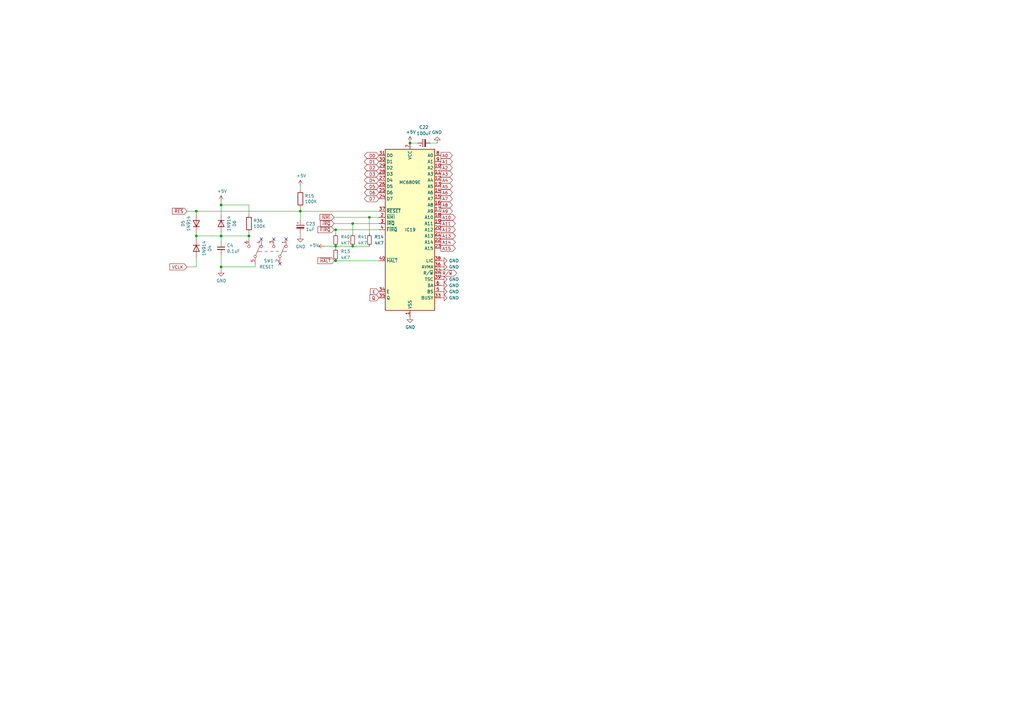
<source format=kicad_sch>
(kicad_sch (version 20230121) (generator eeschema)
  (paper "A3")
  (title_block (date "2023-05-25") (rev "3.0") (comment 2 "Reposition dram and buffer"))
  (lib_symbols
    (symbol "CPU_NXP_6800:MC6809E"
      (property "Reference" "U" (at -7.62 34.544 0))
      (property "Value" "MC6809E" (at 10.16 34.544 0))
      (symbol "MC6809E_0_1"
        (rectangle (start -10.16 -33.02) (end 10.16 33.02) (stroke (width 0.254)) (fill (type background)))
      )
      (symbol "MC6809E_1_1"
        (pin power_in line (at 0 -35.56 90) (length 2.54) (name "VSS") (number "1"))
        (pin output line (at 12.7 25.4 180) (length 2.54) (name "A2") (number "10"))
        (pin output line (at 12.7 22.86 180) (length 2.54) (name "A3") (number "11"))
        (pin output line (at 12.7 20.32 180) (length 2.54) (name "A4") (number "12"))
        (pin output line (at 12.7 17.78 180) (length 2.54) (name "A5") (number "13"))
        (pin output line (at 12.7 15.24 180) (length 2.54) (name "A6") (number "14"))
        (pin output line (at 12.7 12.7 180) (length 2.54) (name "A7") (number "15"))
        (pin output line (at 12.7 10.16 180) (length 2.54) (name "A8") (number "16"))
        (pin output line (at 12.7 7.62 180) (length 2.54) (name "A9") (number "17"))
        (pin output line (at 12.7 5.08 180) (length 2.54) (name "A10") (number "18"))
        (pin output line (at 12.7 2.54 180) (length 2.54) (name "A11") (number "19"))
        (pin input line (at -12.7 5.08 0) (length 2.54) (name "~{NMI}") (number "2"))
        (pin output line (at 12.7 0 180) (length 2.54) (name "A12") (number "20"))
        (pin output line (at 12.7 -2.54 180) (length 2.54) (name "A13") (number "21"))
        (pin output line (at 12.7 -5.08 180) (length 2.54) (name "A14") (number "22"))
        (pin output line (at 12.7 -7.62 180) (length 2.54) (name "A15") (number "23"))
        (pin bidirectional line (at -12.7 12.7 0) (length 2.54) (name "D7") (number "24"))
        (pin bidirectional line (at -12.7 15.24 0) (length 2.54) (name "D6") (number "25"))
        (pin bidirectional line (at -12.7 17.78 0) (length 2.54) (name "D5") (number "26"))
        (pin bidirectional line (at -12.7 20.32 0) (length 2.54) (name "D4") (number "27"))
        (pin bidirectional line (at -12.7 22.86 0) (length 2.54) (name "D3") (number "28"))
        (pin bidirectional line (at -12.7 25.4 0) (length 2.54) (name "D2") (number "29"))
        (pin input line (at -12.7 2.54 0) (length 2.54) (name "~{IRQ}") (number "3"))
        (pin bidirectional line (at -12.7 27.94 0) (length 2.54) (name "D1") (number "30"))
        (pin bidirectional line (at -12.7 30.48 0) (length 2.54) (name "D0") (number "31"))
        (pin output line (at 12.7 -17.78 180) (length 2.54) (name "R/~{W}") (number "32"))
        (pin output line (at 12.7 -27.94 180) (length 2.54) (name "BUSY") (number "33"))
        (pin input line (at -12.7 -25.4 0) (length 2.54) (name "E") (number "34"))
        (pin input line (at -12.7 -27.94 0) (length 2.54) (name "Q") (number "35"))
        (pin output line (at 12.7 -15.24 180) (length 2.54) (name "AVMA") (number "36"))
        (pin input line (at -12.7 7.62 0) (length 2.54) (name "~{RESET}") (number "37"))
        (pin output line (at 12.7 -12.7 180) (length 2.54) (name "LIC") (number "38"))
        (pin output line (at 12.7 -20.32 180) (length 2.54) (name "TSC") (number "39"))
        (pin input line (at -12.7 0 0) (length 2.54) (name "~{FIRQ}") (number "4"))
        (pin input line (at -12.7 -12.7 0) (length 2.54) (name "~{HALT}") (number "40"))
        (pin output line (at 12.7 -25.4 180) (length 2.54) (name "BS") (number "5"))
        (pin output line (at 12.7 -22.86 180) (length 2.54) (name "BA") (number "6"))
        (pin power_in line (at 0 35.56 270) (length 2.54) (name "VCC") (number "7"))
        (pin output line (at 12.7 30.48 180) (length 2.54) (name "A0") (number "8"))
        (pin output line (at 12.7 27.94 180) (length 2.54) (name "A1") (number "9"))
      )
    )
    (symbol "Device:CP_Small" (pin_numbers hide) (pin_names (offset 0.254) hide)
      (property "Reference" "C" (at 0.254 1.778 0))
      (property "Value" "Device_CP_Small" (at 0.254 -2.032 0))
      (symbol "CP_Small_0_1"
        (rectangle (start -1.524 -0.3048) (end 1.524 -0.6858) (fill (type outline)))
        (rectangle (start -1.524 0.6858) (end 1.524 0.3048))
        (polyline (pts (xy -1.27 1.524) (xy -0.762 1.524)))
        (polyline (pts (xy -1.016 1.27) (xy -1.016 1.778)))
      )
      (symbol "CP_Small_1_1"
        (pin passive line (at 0 2.54 270) (length 1.8542) (name "~") (number "1"))
        (pin passive line (at 0 -2.54 90) (length 1.8542) (name "~") (number "2"))
      )
    )
    (symbol "Device:C_Polarized_Small" (pin_numbers hide) (pin_names (offset 0.254) hide)
      (property "Reference" "C" (at 0.254 1.778 0))
      (property "Value" "C_Polarized_Small" (at 0.254 -2.032 0))
      (symbol "C_Polarized_Small_0_1"
        (rectangle (start -1.524 -0.3048) (end 1.524 -0.6858) (fill (type outline)))
        (rectangle (start -1.524 0.6858) (end 1.524 0.3048))
        (polyline (pts (xy -1.27 1.524) (xy -0.762 1.524)))
        (polyline (pts (xy -1.016 1.27) (xy -1.016 1.778)))
      )
      (symbol "C_Polarized_Small_1_1"
        (pin passive line (at 0 2.54 270) (length 1.8542) (name "~") (number "1"))
        (pin passive line (at 0 -2.54 90) (length 1.8542) (name "~") (number "2"))
      )
    )
    (symbol "Device:C_Small" (pin_numbers hide) (pin_names (offset 0.254) hide)
      (property "Reference" "C" (at 0.254 1.778 0))
      (property "Value" "C_Small" (at 0.254 -2.032 0))
      (symbol "C_Small_0_1"
        (polyline (pts (xy -1.524 -0.508) (xy 1.524 -0.508)) (stroke (width 0.3302)))
        (polyline (pts (xy -1.524 0.508) (xy 1.524 0.508)) (stroke (width 0.3048)))
      )
      (symbol "C_Small_1_1"
        (pin passive line (at 0 2.54 270) (length 2.032) (name "~") (number "1"))
        (pin passive line (at 0 -2.54 90) (length 2.032) (name "~") (number "2"))
      )
    )
    (symbol "Device:R" (pin_numbers hide) (pin_names (offset 0))
      (property "Reference" "R" (at 2.032 0 90))
      (property "Value" "R" (at 0 0 90))
      (symbol "R_0_1"
        (rectangle (start -1.016 -2.54) (end 1.016 2.54) (stroke (width 0.254)))
      )
      (symbol "R_1_1"
        (pin passive line (at 0 3.81 270) (length 1.27) (name "~") (number "1"))
        (pin passive line (at 0 -3.81 90) (length 1.27) (name "~") (number "2"))
      )
    )
    (symbol "Device:R_Small" (pin_numbers hide) (pin_names (offset 0.254) hide)
      (property "Reference" "R" (at 0.762 0.508 0))
      (property "Value" "R_Small" (at 0.762 -1.016 0))
      (symbol "R_Small_0_1"
        (rectangle (start -0.762 1.778) (end 0.762 -1.778) (stroke (width 0.2032)))
      )
      (symbol "R_Small_1_1"
        (pin passive line (at 0 2.54 270) (length 0.762) (name "~") (number "1"))
        (pin passive line (at 0 -2.54 90) (length 0.762) (name "~") (number "2"))
      )
    )
    (symbol "Diode:1N914" (pin_numbers hide) (pin_names (offset 1.016) hide)
      (property "Reference" "D" (at 0 2.54 0))
      (property "Value" "1N914" (at 0 -2.54 0))
      (symbol "1N914_0_1"
        (polyline (pts (xy -1.27 1.27) (xy -1.27 -1.27)) (stroke (width 0.254)))
        (polyline (pts (xy 1.27 0) (xy -1.27 0)))
        (polyline (pts (xy 1.27 1.27) (xy 1.27 -1.27) (xy -1.27 0) (xy 1.27 1.27)) (stroke (width 0.254)))
      )
      (symbol "1N914_1_1"
        (pin passive line (at -3.81 0 0) (length 2.54) (name "K") (number "1"))
        (pin passive line (at 3.81 0 180) (length 2.54) (name "A") (number "2"))
      )
    )
    (symbol "Switch:SW_Push_DPDT" (pin_names (offset 0) hide)
      (property "Reference" "SW" (at 0 8.89 0))
      (property "Value" "SW_Push_DPDT" (at 0 -10.16 0))
      (symbol "SW_Push_DPDT_0_0"
        (circle (center -2.032 -5.08) (radius 0.508))
        (circle (center -2.032 5.08) (radius 0.508))
        (circle (center 2.032 -7.62) (radius 0.508))
        (circle (center 2.032 2.54) (radius 0.508))
      )
      (symbol "SW_Push_DPDT_0_1"
        (polyline (pts (xy -1.524 -4.826) (xy 2.54 -3.048)))
        (polyline (pts (xy -1.524 5.334) (xy 2.54 7.112)))
        (polyline (pts (xy 0 -2.286) (xy 0 -4.064)))
        (polyline (pts (xy 0 -1.016) (xy 0 0)))
        (polyline (pts (xy 0 1.27) (xy 0 2.286)))
        (polyline (pts (xy 0 3.556) (xy 0 4.572)))
        (polyline (pts (xy 0 7.874) (xy 0 6.096)))
        (circle (center 2.032 -2.54) (radius 0.508))
        (circle (center 2.032 7.62) (radius 0.508))
      )
      (symbol "SW_Push_DPDT_1_1"
        (pin passive line (at 5.08 7.62 180) (length 2.54) (name "A") (number "1"))
        (pin passive line (at -5.08 5.08 0) (length 2.54) (name "B") (number "2"))
        (pin passive line (at 5.08 2.54 180) (length 2.54) (name "C") (number "3"))
        (pin passive line (at 5.08 -2.54 180) (length 2.54) (name "A") (number "4"))
        (pin passive line (at -5.08 -5.08 0) (length 2.54) (name "B") (number "5"))
        (pin passive line (at 5.08 -7.62 180) (length 2.54) (name "C") (number "6"))
      )
    )
    (symbol "power:+5V" (power) (pin_names (offset 0))
      (property "Value" "+5V" (at 0 3.556 0))
      (symbol "+5V_0_1"
        (polyline (pts (xy -0.762 1.27) (xy 0 2.54)))
        (polyline (pts (xy 0 0) (xy 0 2.54)))
        (polyline (pts (xy 0 2.54) (xy 0.762 1.27)))
      )
      (symbol "+5V_1_1"
        (pin power_in line (at 0 0 90) (length 0) hide (name "+5V") (number "1"))
      )
    )
    (symbol "power:GND" (power) (pin_names (offset 0))
      (property "Value" "GND" (at 0 -3.81 0))
      (symbol "GND_0_1"
        (polyline (pts (xy 0 0) (xy 0 -1.27) (xy 1.27 -1.27) (xy 0 -2.54) (xy -1.27 -1.27) (xy 0 -1.27)))
      )
      (symbol "GND_1_1"
        (pin power_in line (at 0 0 270) (length 0) hide (name "GND") (number "1"))
      )
    )
  )
  (junction (at 137.668 106.934))
  (junction (at 90.678 84.074))
  (junction (at 137.668 100.965))
  (junction (at 90.678 109.474))
  (junction (at 80.518 86.614))
  (junction (at 137.668 94.234))
  (junction (at 151.511 89.154))
  (junction (at 90.678 96.774))
  (junction (at 168.148 58.674))
  (junction (at 123.19 86.614))
  (junction (at 144.653 100.965))
  (junction (at 80.518 96.774))
  (junction (at 102.108 96.774))
  (junction (at 144.653 91.694))
  (no_connect (at 114.808 108.204))
  (no_connect (at 107.188 98.044))
  (no_connect (at 112.268 98.044))
  (no_connect (at 117.348 98.044))
  (wire (pts (xy 137.668 106.934) (xy 155.448 106.934)))
  (wire (pts (xy 80.518 86.614) (xy 76.708 86.614)))
  (wire (pts (xy 151.511 89.154) (xy 155.448 89.154)))
  (wire (pts (xy 123.19 85.344) (xy 123.19 86.614)))
  (wire (pts (xy 102.108 84.074) (xy 102.108 87.884)))
  (wire (pts (xy 80.518 105.664) (xy 80.518 109.474)))
  (wire (pts (xy 90.678 84.074) (xy 90.678 82.804)))
  (wire (pts (xy 102.108 96.774) (xy 90.678 96.774)))
  (wire (pts (xy 80.518 95.504) (xy 80.518 96.774)))
  (wire (pts (xy 90.678 87.884) (xy 90.678 84.074)))
  (wire (pts (xy 144.653 91.694) (xy 155.448 91.694)))
  (wire (pts (xy 171.323 58.674) (xy 168.148 58.674)))
  (wire (pts (xy 179.324 58.674) (xy 176.403 58.674)))
  (wire (pts (xy 123.19 95.504) (xy 123.19 96.774)))
  (wire (pts (xy 80.518 109.474) (xy 76.708 109.474)))
  (wire (pts (xy 90.678 109.474) (xy 90.678 104.394)))
  (wire (pts (xy 104.648 108.204) (xy 104.648 109.474)))
  (wire (pts (xy 80.518 86.614) (xy 80.518 87.884)))
  (wire (pts (xy 102.108 96.774) (xy 102.108 98.044)))
  (wire (pts (xy 137.033 89.154) (xy 151.511 89.154)))
  (wire (pts (xy 168.148 58.547) (xy 168.148 58.674)))
  (wire (pts (xy 104.648 109.474) (xy 90.678 109.474)))
  (wire (pts (xy 137.16 106.934) (xy 137.668 106.934)))
  (wire (pts (xy 151.511 100.965) (xy 144.653 100.965)))
  (wire (pts (xy 137.668 100.965) (xy 137.668 101.854)))
  (wire (pts (xy 123.19 86.614) (xy 155.448 86.614)))
  (wire (pts (xy 90.678 96.774) (xy 90.678 95.504)))
  (wire (pts (xy 137.668 94.234) (xy 155.448 94.234)))
  (wire (pts (xy 144.653 91.694) (xy 137.033 91.694)))
  (wire (pts (xy 90.678 84.074) (xy 102.108 84.074)))
  (wire (pts (xy 80.518 86.614) (xy 123.19 86.614)))
  (wire (pts (xy 137.668 94.234) (xy 137.033 94.234)))
  (wire (pts (xy 144.653 100.965) (xy 137.668 100.965)))
  (wire (pts (xy 144.653 95.885) (xy 144.653 91.694)))
  (wire (pts (xy 123.19 86.614) (xy 123.19 90.424)))
  (wire (pts (xy 80.518 96.774) (xy 90.678 96.774)))
  (wire (pts (xy 90.678 109.474) (xy 90.678 110.744)))
  (wire (pts (xy 151.511 89.154) (xy 151.511 95.885)))
  (wire (pts (xy 137.668 95.885) (xy 137.668 94.234)))
  (wire (pts (xy 102.108 95.504) (xy 102.108 96.774)))
  (wire (pts (xy 90.678 96.774) (xy 90.678 99.314)))
  (wire (pts (xy 123.19 77.724) (xy 123.19 76.454)))
  (wire (pts (xy 80.518 96.774) (xy 80.518 98.044)))
  (wire (pts (xy 133.096 100.965) (xy 137.668 100.965)))
  (global_label "A0" (shape output) (at 180.848 63.754 0) (property "Intersheetrefs" "${INTERSHEET_REFS}" (effects hide)))
  (global_label "A15" (shape output) (at 180.848 101.854 0) (property "Intersheetrefs" "${INTERSHEET_REFS}" (effects hide)))
  (global_label "D7" (shape bidirectional) (at 155.448 81.534 180) (property "Intersheetrefs" "${INTERSHEET_REFS}" (effects hide)))
  (global_label "A11" (shape output) (at 180.848 91.694 0) (property "Intersheetrefs" "${INTERSHEET_REFS}" (effects hide)))
  (global_label "D1" (shape bidirectional) (at 155.448 66.294 180) (property "Intersheetrefs" "${INTERSHEET_REFS}" (effects hide)))
  (global_label "A1" (shape output) (at 180.848 66.294 0) (property "Intersheetrefs" "${INTERSHEET_REFS}" (effects hide)))
  (global_label "R{slash}~{W}" (shape output) (at 180.848 112.014 0) (property "Intersheetrefs" "${INTERSHEET_REFS}" (effects hide)))
  (global_label "~{NMI}" (shape input) (at 137.033 89.154 180) (property "Intersheetrefs" "${INTERSHEET_REFS}" (effects hide)))
  (global_label "A12" (shape output) (at 180.848 94.234 0) (property "Intersheetrefs" "${INTERSHEET_REFS}" (effects hide)))
  (global_label "D0" (shape bidirectional) (at 155.448 63.754 180) (property "Intersheetrefs" "${INTERSHEET_REFS}" (effects hide)))
  (global_label "A3" (shape output) (at 180.848 71.374 0) (property "Intersheetrefs" "${INTERSHEET_REFS}" (effects hide)))
  (global_label "VCLK" (shape input) (at 76.708 109.474 180) (property "Intersheetrefs" "${INTERSHEET_REFS}" (effects hide)))
  (global_label "D5" (shape bidirectional) (at 155.448 76.454 180) (property "Intersheetrefs" "${INTERSHEET_REFS}" (effects hide)))
  (global_label "D3" (shape bidirectional) (at 155.448 71.374 180) (property "Intersheetrefs" "${INTERSHEET_REFS}" (effects hide)))
  (global_label "~{FIRQ}" (shape input) (at 137.033 94.234 180) (property "Intersheetrefs" "${INTERSHEET_REFS}" (effects hide)))
  (global_label "D4" (shape bidirectional) (at 155.448 73.914 180) (property "Intersheetrefs" "${INTERSHEET_REFS}" (effects hide)))
  (global_label "A6" (shape output) (at 180.848 78.994 0) (property "Intersheetrefs" "${INTERSHEET_REFS}" (effects hide)))
  (global_label "A2" (shape output) (at 180.848 68.834 0) (property "Intersheetrefs" "${INTERSHEET_REFS}" (effects hide)))
  (global_label "~{HALT}" (shape input) (at 137.16 106.934 180) (property "Intersheetrefs" "${INTERSHEET_REFS}" (effects hide)))
  (global_label "A9" (shape output) (at 180.848 86.614 0) (property "Intersheetrefs" "${INTERSHEET_REFS}" (effects hide)))
  (global_label "A14" (shape output) (at 180.848 99.314 0) (property "Intersheetrefs" "${INTERSHEET_REFS}" (effects hide)))
  (global_label "A13" (shape output) (at 180.848 96.774 0) (property "Intersheetrefs" "${INTERSHEET_REFS}" (effects hide)))
  (global_label "A8" (shape output) (at 180.848 84.074 0) (property "Intersheetrefs" "${INTERSHEET_REFS}" (effects hide)))
  (global_label "A5" (shape output) (at 180.848 76.454 0) (property "Intersheetrefs" "${INTERSHEET_REFS}" (effects hide)))
  (global_label "D6" (shape bidirectional) (at 155.448 78.994 180) (property "Intersheetrefs" "${INTERSHEET_REFS}" (effects hide)))
  (global_label "A10" (shape output) (at 180.848 89.154 0) (property "Intersheetrefs" "${INTERSHEET_REFS}" (effects hide)))
  (global_label "A7" (shape output) (at 180.848 81.534 0) (property "Intersheetrefs" "${INTERSHEET_REFS}" (effects hide)))
  (global_label "A4" (shape output) (at 180.848 73.914 0) (property "Intersheetrefs" "${INTERSHEET_REFS}" (effects hide)))
  (global_label "E" (shape input) (at 155.448 119.634 180) (property "Intersheetrefs" "${INTERSHEET_REFS}" (effects hide)))
  (global_label "~{IRQ}" (shape input) (at 137.033 91.694 180) (property "Intersheetrefs" "${INTERSHEET_REFS}" (effects hide)))
  (global_label "Q" (shape input) (at 155.448 122.174 180) (property "Intersheetrefs" "${INTERSHEET_REFS}" (effects hide)))
  (global_label "~{RES}" (shape input) (at 76.708 86.614 180) (property "Intersheetrefs" "${INTERSHEET_REFS}" (effects hide)))
  (global_label "D2" (shape bidirectional) (at 155.448 68.834 180) (property "Intersheetrefs" "${INTERSHEET_REFS}" (effects hide)))
  (symbol (lib_id "Diode:1N914") (at 90.678 91.694 270) (unit 1)
    (property "Reference" "D6" (at 96.1644 91.694 0))
    (property "Value" "1N914" (at 93.853 91.694 0))
    (property "Footprint" "Diode_THT:D_DO-35_SOD27_P7.62mm_Horizontal" (effects hide))
    (property "Datasheet" "http://www.vishay.com/docs/85622/1n914.pdf" (effects hide))
    (property "DigiKey" "1N914FS-ND" (effects hide))
  )
  (symbol (lib_id "Device:C_Polarized_Small") (at 173.863 58.674 90) (unit 1)
    (property "Reference" "C22" (at 173.8693 52.197 90))
    (property "Value" "100uF" (at 173.8693 54.737 90))
    (property "Footprint" "Capacitor_THT:CP_Radial_D6.3mm_P2.50mm" (effects hide))
    (property "Datasheet" "https://www.we-online.com/katalog/datasheet/860010372006.pdf" (effects hide))
    (property "DigiKey" "732-8598-1-ND" (effects hide))
  )
  (symbol (lib_id "Device:R_Small") (at 137.668 104.394 0) (unit 1)
    (property "Reference" "R13" (at 139.7 103.1239 0) (effects (justify left)))
    (property "Value" "4K7" (at 139.7 105.6639 0) (effects (justify left)))
    (property "Footprint" "Resistor_THT:R_Axial_DIN0207_L6.3mm_D2.5mm_P2.54mm_Vertical" (effects hide))
    (property "DigiKey" "CF14JT4K70CT-ND" (effects hide))
  )
  (symbol (lib_id "power:GND") (at 179.324 58.674 180) (unit 1)
    (property "Reference" "#PWR0121" (effects hide))
    (property "Value" "GND" (at 179.197 54.2798 0))
  )
  (symbol (lib_id "power:+5V") (at 133.096 100.965 90) (unit 1)
    (property "Reference" "#PWR0118" (effects hide))
    (property "Value" "+5V" (at 128.7018 100.584 90))
  )
  (symbol (lib_id "power:GND") (at 180.848 114.554 90) (unit 1)
    (property "Reference" "#PWR0125" (effects hide))
    (property "Value" "GND" (at 184.15 114.5539 90) (effects (justify right)))
  )
  (symbol (lib_id "power:GND") (at 90.678 110.744 0) (unit 1)
    (property "Reference" "#PWR0116" (effects hide))
    (property "Value" "GND" (at 90.805 115.1382 0))
  )
  (symbol (lib_id "power:GND") (at 180.848 122.174 90) (unit 1)
    (property "Reference" "#PWR0128" (effects hide))
    (property "Value" "GND" (at 184.15 122.1739 90) (effects (justify right)))
  )
  (symbol (lib_id "Device:R") (at 123.19 81.534 0) (unit 1)
    (property "Reference" "R15" (at 124.968 80.3656 0) (effects (justify left)))
    (property "Value" "100K" (at 124.968 82.677 0) (effects (justify left)))
    (property "Footprint" "Resistor_THT:R_Axial_DIN0207_L6.3mm_D2.5mm_P2.54mm_Vertical" (effects hide))
    (property "DigiKey" "CF14JT100KCT-ND" (effects hide))
  )
  (symbol (lib_id "power:+5V") (at 168.148 58.547 0) (unit 1)
    (property "Reference" "#PWR0122" (effects hide))
    (property "Value" "+5V" (at 168.529 54.1528 0))
  )
  (symbol (lib_id "Device:R") (at 102.108 91.694 0) (unit 1)
    (property "Reference" "R36" (at 103.886 90.5256 0) (effects (justify left)))
    (property "Value" "100K" (at 103.886 92.837 0) (effects (justify left)))
    (property "Footprint" "Resistor_THT:R_Axial_DIN0207_L6.3mm_D2.5mm_P10.16mm_Horizontal" (effects hide))
    (property "DigiKey" "CF14JT100KCT-ND" (effects hide))
  )
  (symbol (lib_id "power:GND") (at 180.848 106.934 90) (unit 1)
    (property "Reference" "#PWR0123" (effects hide))
    (property "Value" "GND" (at 184.15 106.9339 90) (effects (justify right)))
  )
  (symbol (lib_id "Diode:1N914") (at 80.518 91.694 90) (unit 1)
    (property "Reference" "D5" (at 75.0316 91.694 0))
    (property "Value" "1N914" (at 77.343 91.694 0))
    (property "Footprint" "Diode_THT:D_DO-35_SOD27_P7.62mm_Horizontal" (effects hide))
    (property "Datasheet" "http://www.vishay.com/docs/85622/1n914.pdf" (effects hide))
    (property "DigiKey" "1N914FS-ND" (effects hide))
  )
  (symbol (lib_id "power:GND") (at 168.148 129.794 0) (unit 1)
    (property "Reference" "#PWR0126" (effects hide))
    (property "Value" "GND" (at 168.275 134.1882 0))
  )
  (symbol (lib_id "power:GND") (at 180.848 117.094 90) (unit 1)
    (property "Reference" "#PWR0127" (effects hide))
    (property "Value" "GND" (at 184.15 117.0939 90) (effects (justify right)))
  )
  (symbol (lib_id "power:+5V") (at 123.19 76.454 0) (unit 1)
    (property "Reference" "#PWR0120" (effects hide))
    (property "Value" "+5V" (at 123.571 72.0598 0))
  )
  (symbol (lib_id "Diode:1N914") (at 80.518 101.854 270) (unit 1)
    (property "Reference" "D4" (at 86.0044 101.854 0))
    (property "Value" "1N914" (at 83.693 101.854 0))
    (property "Footprint" "Diode_THT:D_DO-35_SOD27_P7.62mm_Horizontal" (effects hide))
    (property "Datasheet" "http://www.vishay.com/docs/85622/1n914.pdf" (effects hide))
    (property "DigiKey" "1N914FS-ND" (effects hide))
  )
  (symbol (lib_id "Switch:SW_Push_DPDT") (at 109.728 103.124 270) (mirror x) (unit 1)
    (property "Reference" "SW1" (at 112.268 106.934 90) (effects (justify right)))
    (property "Value" "RESET" (at 112.268 109.474 90) (effects (justify right)))
    (property "Footprint" "Dragon:Button_AlpsAlpine_SPUN190900" (effects hide))
    (property "Datasheet" "https://www.ckswitches.com/media/1402/fpush.pdf" (effects hide))
    (property "DigiKey" "401-1225-ND" (effects hide))
  )
  (symbol (lib_id "Device:R_Small") (at 144.653 98.425 0) (unit 1)
    (property "Reference" "R41" (at 146.685 97.1549 0) (effects (justify left)))
    (property "Value" "4K7" (at 146.685 99.6949 0) (effects (justify left)))
    (property "Footprint" "Resistor_THT:R_Axial_DIN0207_L6.3mm_D2.5mm_P2.54mm_Vertical" (effects hide))
    (property "DigiKey" "CF14JT4K70CT-ND" (effects hide))
  )
  (symbol (lib_id "Device:C_Small") (at 90.678 101.854 0) (unit 1)
    (property "Reference" "C4" (at 93.0148 100.6856 0) (effects (justify left)))
    (property "Value" "0.1uF" (at 93.0148 102.997 0) (effects (justify left)))
    (property "Footprint" "Capacitor_THT:C_Disc_D4.3mm_W1.9mm_P5.00mm" (effects hide))
    (property "Datasheet" "https://www.vishay.com/docs/45171/kseries.pdf" (effects hide))
    (property "DigiKey" "BC1101CT-ND" (effects hide))
  )
  (symbol (lib_id "Device:R_Small") (at 151.511 98.425 0) (unit 1)
    (property "Reference" "R14" (at 153.543 97.1549 0) (effects (justify left)))
    (property "Value" "4K7" (at 153.543 99.6949 0) (effects (justify left)))
    (property "Footprint" "Resistor_THT:R_Axial_DIN0207_L6.3mm_D2.5mm_P2.54mm_Vertical" (effects hide))
    (property "DigiKey" "CF14JT4K70CT-ND" (effects hide))
  )
  (symbol (lib_id "Device:R_Small") (at 137.668 98.425 0) (unit 1)
    (property "Reference" "R40" (at 139.7 97.1549 0) (effects (justify left)))
    (property "Value" "4K7" (at 139.7 99.6949 0) (effects (justify left)))
    (property "Footprint" "Resistor_THT:R_Axial_DIN0207_L6.3mm_D2.5mm_P2.54mm_Vertical" (effects hide))
    (property "DigiKey" "CF14JT4K70CT-ND" (effects hide))
  )
  (symbol (lib_id "power:+5V") (at 90.678 82.804 0) (unit 1)
    (property "Reference" "#PWR0117" (effects hide))
    (property "Value" "+5V" (at 91.059 78.4098 0))
  )
  (symbol (lib_id "power:GND") (at 123.19 96.774 0) (unit 1)
    (property "Reference" "#PWR0119" (effects hide))
    (property "Value" "GND" (at 123.317 101.1682 0))
  )
  (symbol (lib_id "Device:CP_Small") (at 123.19 92.964 0) (unit 1)
    (property "Reference" "C23" (at 125.4252 91.7956 0) (effects (justify left)))
    (property "Value" "1uF" (at 125.4252 94.107 0) (effects (justify left)))
    (property "Footprint" "Capacitor_THT:CP_Radial_D5.0mm_P2.50mm" (effects hide))
    (property "Datasheet" "https://www.we-online.com/katalog/datasheet/860020772005.pdf" (effects hide))
    (property "DigiKey" "732-8966-1-ND" (effects hide))
  )
  (symbol (lib_id "power:GND") (at 180.848 109.474 90) (unit 1)
    (property "Reference" "#PWR0124" (effects hide))
    (property "Value" "GND" (at 184.15 109.4739 90) (effects (justify right)))
  )
  (symbol (lib_id "power:GND") (at 180.848 119.634 90) (unit 1)
    (property "Reference" "#PWR0129" (effects hide))
    (property "Value" "GND" (at 184.15 119.6339 90) (effects (justify right)))
  )
  (symbol (lib_id "CPU_NXP_6800:MC6809E") (at 168.148 94.234 0) (unit 1)
    (property "Reference" "IC19" (at 168.275 94.234 0))
    (property "Value" "MC6809E" (at 168.148 74.803 0))
    (property "Footprint" "Package_DIP:DIP-40_W15.24mm" (effects hide))
    (property "Datasheet" "http://pdf.datasheetcatalog.com/datasheet/motorola/MC68B09S.pdf" (effects hide))
    (property "Note" "donor" (effects hide))
    (property "SA2120" "Sheet 1" (effects hide))
  )
)
</source>
